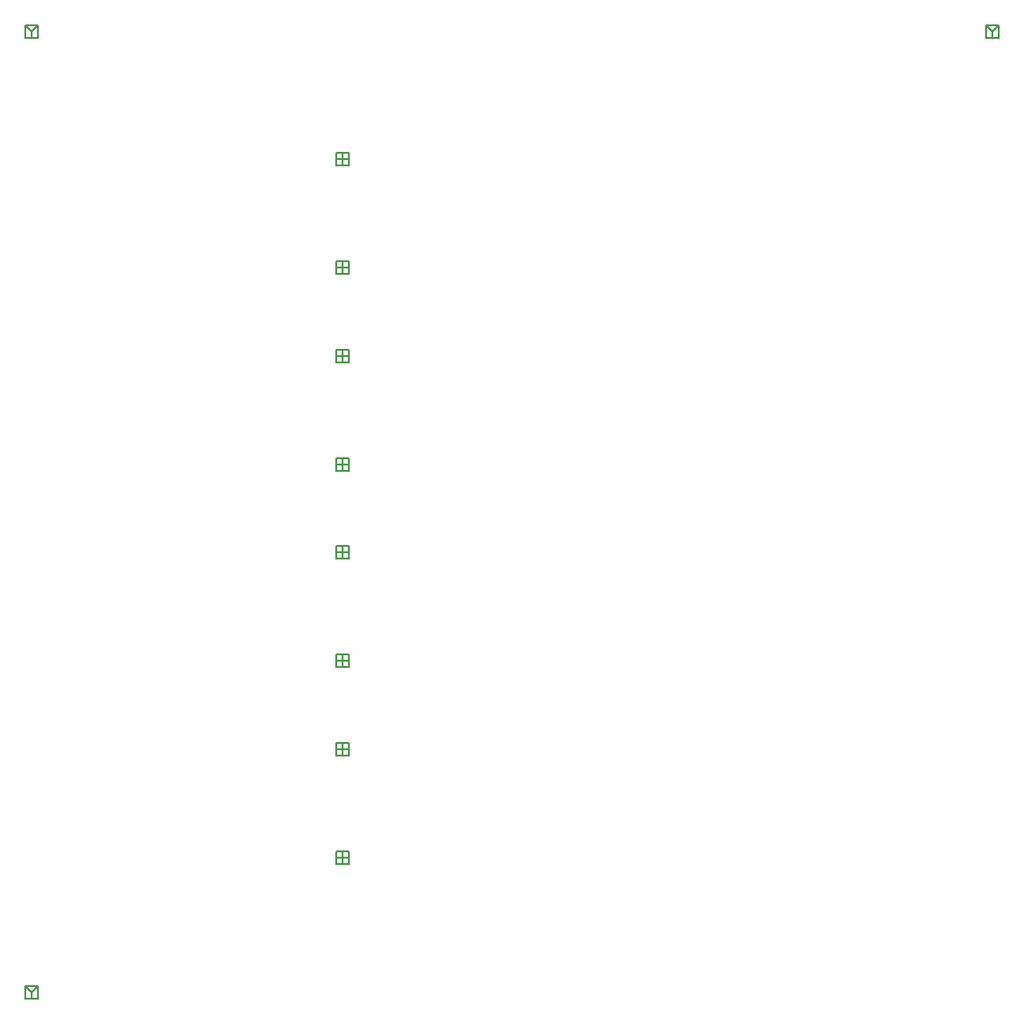
<source format=gbr>
G04 DipTrace 4.3.0.1*
G04 NonPlated_Through.gbr*
%MOMM*%
G04 #@! TF.FileFunction,NonPlated,1,2,NPTH,Drill*
G04 #@! TF.Part,Single*
G04 Drill Symbols*
G04 D=0.5 - Cross*
G04 D=0.55867 - X*
G04 D=0.9 - Y*
G04 D=1 - T*
G04 D=1.2 - V*
G04 D=1.25 - Clock*
G04 D=4 - Box_Cross*
G04 D=4.5 - Box_X*
G04 D=4.5 - Box_Y*
%ADD10C,0.2*%
%FSLAX35Y35*%
G04*
G71*
G90*
G75*
G01*
X4440050Y4559950D2*
D10*
X4500000Y4500000D1*
X4559950Y4559950D1*
X4500000Y4500000D2*
Y4440050D1*
X4440050Y4559950D2*
X4559950D1*
Y4440050D1*
X4440050D1*
Y4559950D1*
X-4559950Y-4440050D2*
X-4500000Y-4500000D1*
X-4440050Y-4440050D1*
X-4500000Y-4500000D2*
Y-4559950D1*
X-4559950Y-4440050D2*
X-4440050D1*
Y-4559950D1*
X-4559950D1*
Y-4440050D1*
Y4559950D2*
X-4500000Y4500000D1*
X-4440050Y4559950D1*
X-4500000Y4500000D2*
Y4440050D1*
X-4559950Y4559950D2*
X-4440050D1*
Y4440050D1*
X-4559950D1*
Y4559950D1*
X-1587500Y3361950D2*
Y3242050D1*
X-1647450Y3302000D2*
X-1527550D1*
X-1647450Y3361950D2*
X-1527550D1*
Y3242050D1*
X-1647450D1*
Y3361950D1*
X-1587500Y2345950D2*
Y2226050D1*
X-1647450Y2286000D2*
X-1527550D1*
X-1647450Y2345950D2*
X-1527550D1*
Y2226050D1*
X-1647450D1*
Y2345950D1*
X-1587500Y1520450D2*
Y1400550D1*
X-1647450Y1460500D2*
X-1527550D1*
X-1647450Y1520450D2*
X-1527550D1*
Y1400550D1*
X-1647450D1*
Y1520450D1*
X-1587500Y504450D2*
Y384550D1*
X-1647450Y444500D2*
X-1527550D1*
X-1647450Y504450D2*
X-1527550D1*
Y384550D1*
X-1647450D1*
Y504450D1*
X-1587500Y-321050D2*
Y-440950D1*
X-1647450Y-381000D2*
X-1527550D1*
X-1647450Y-321050D2*
X-1527550D1*
Y-440950D1*
X-1647450D1*
Y-321050D1*
X-1587500Y-1337050D2*
Y-1456950D1*
X-1647450Y-1397000D2*
X-1527550D1*
X-1647450Y-1337050D2*
X-1527550D1*
Y-1456950D1*
X-1647450D1*
Y-1337050D1*
X-1587500Y-2162550D2*
Y-2282450D1*
X-1647450Y-2222500D2*
X-1527550D1*
X-1647450Y-2162550D2*
X-1527550D1*
Y-2282450D1*
X-1647450D1*
Y-2162550D1*
X-1587500Y-3178550D2*
Y-3298450D1*
X-1647450Y-3238500D2*
X-1527550D1*
X-1647450Y-3178550D2*
X-1527550D1*
Y-3298450D1*
X-1647450D1*
Y-3178550D1*
M02*

</source>
